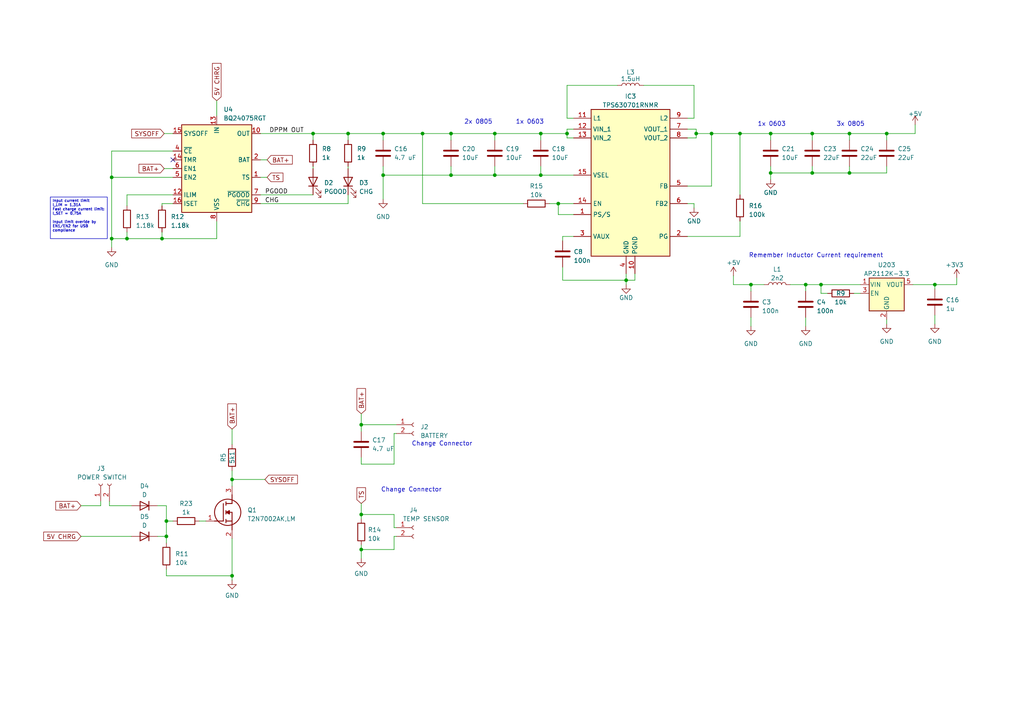
<source format=kicad_sch>
(kicad_sch (version 20230121) (generator eeschema)
  (paper "A4")
  (title_block (title "Module battery/bluetooth") (rev "1.0") (company "FG Labs"))
  (lib_symbols
    (symbol "Battery_Management:BQ24075RGT"
      (property "Reference" "U" (at -8.89 13.97 0))
      (property "Value" "BQ24075RGT" (at 16.51 13.97 0))
      (symbol "BQ24075RGT_0_1"
        (rectangle (start -10.16 12.7) (end 10.16 -12.7) (stroke (width 0.254)) (fill (type background)))
      )
      (symbol "BQ24075RGT_1_1"
        (pin passive line (at 12.7 -2.54 180) (length 2.54) (name "TS") (number "1"))
        (pin power_out line (at 12.7 10.16 180) (length 2.54) (name "OUT") (number "10"))
        (pin passive line (at 12.7 10.16 180) (length 2.54) hide (name "OUT") (number "11"))
        (pin passive line (at -12.7 -7.62 0) (length 2.54) (name "ILIM") (number "12"))
        (pin power_in line (at 0 15.24 270) (length 2.54) (name "IN") (number "13"))
        (pin input line (at -12.7 2.54 0) (length 2.54) (name "TMR") (number "14"))
        (pin input line (at -12.7 10.16 0) (length 2.54) (name "SYSOFF") (number "15"))
        (pin passive line (at -12.7 -10.16 0) (length 2.54) (name "ISET") (number "16"))
        (pin passive line (at 0 -15.24 90) (length 2.54) hide (name "VSS") (number "17"))
        (pin power_out line (at 12.7 2.54 180) (length 2.54) (name "BAT") (number "2"))
        (pin passive line (at 12.7 2.54 180) (length 2.54) hide (name "BAT") (number "3"))
        (pin input line (at -12.7 5.08 0) (length 2.54) (name "~{CE}") (number "4"))
        (pin input line (at -12.7 -2.54 0) (length 2.54) (name "EN2") (number "5"))
        (pin input line (at -12.7 0 0) (length 2.54) (name "EN1") (number "6"))
        (pin open_collector line (at 12.7 -7.62 180) (length 2.54) (name "~{PGOOD}") (number "7"))
        (pin power_in line (at 0 -15.24 90) (length 2.54) (name "VSS") (number "8"))
        (pin open_collector line (at 12.7 -10.16 180) (length 2.54) (name "~{CHG}") (number "9"))
      )
    )
    (symbol "Connector:Conn_01x02_Socket" (pin_names (offset 1.016) hide)
      (property "Reference" "J" (at 0 2.54 0))
      (property "Value" "Conn_01x02_Socket" (at 0 -5.08 0))
      (symbol "Conn_01x02_Socket_1_1"
        (arc (start 0 -2.032) (mid -0.5058 -2.54) (end 0 -3.048) (stroke (width 0.1524)))
        (polyline (pts (xy -1.27 -2.54) (xy -0.508 -2.54)) (stroke (width 0.1524)))
        (polyline (pts (xy -1.27 0) (xy -0.508 0)) (stroke (width 0.1524)))
        (arc (start 0 0.508) (mid -0.5058 0) (end 0 -0.508) (stroke (width 0.1524)))
        (pin passive line (at -5.08 0 0) (length 3.81) (name "Pin_1") (number "1"))
        (pin passive line (at -5.08 -2.54 0) (length 3.81) (name "Pin_2") (number "2"))
      )
    )
    (symbol "Device:C" (pin_numbers hide) (pin_names (offset 0.254))
      (property "Reference" "C" (at 0.635 2.54 0))
      (property "Value" "C" (at 0.635 -2.54 0))
      (symbol "C_0_1"
        (polyline (pts (xy -2.032 -0.762) (xy 2.032 -0.762)) (stroke (width 0.508)))
        (polyline (pts (xy -2.032 0.762) (xy 2.032 0.762)) (stroke (width 0.508)))
      )
      (symbol "C_1_1"
        (pin passive line (at 0 3.81 270) (length 2.794) (name "~") (number "1"))
        (pin passive line (at 0 -3.81 90) (length 2.794) (name "~") (number "2"))
      )
    )
    (symbol "Device:D" (pin_numbers hide) (pin_names (offset 1.016) hide)
      (property "Reference" "D" (at 0 2.54 0))
      (property "Value" "D" (at 0 -2.54 0))
      (symbol "D_0_1"
        (polyline (pts (xy -1.27 1.27) (xy -1.27 -1.27)) (stroke (width 0.254)))
        (polyline (pts (xy 1.27 0) (xy -1.27 0)))
        (polyline (pts (xy 1.27 1.27) (xy 1.27 -1.27) (xy -1.27 0) (xy 1.27 1.27)) (stroke (width 0.254)))
      )
      (symbol "D_1_1"
        (pin passive line (at -3.81 0 0) (length 2.54) (name "K") (number "1"))
        (pin passive line (at 3.81 0 180) (length 2.54) (name "A") (number "2"))
      )
    )
    (symbol "Device:L" (pin_numbers hide) (pin_names (offset 1.016) hide)
      (property "Reference" "L" (at -1.27 0 90))
      (property "Value" "L" (at 1.905 0 90))
      (symbol "L_0_1"
        (arc (start 0 -2.54) (mid 0.6323 -1.905) (end 0 -1.27))
        (arc (start 0 -1.27) (mid 0.6323 -0.635) (end 0 0))
        (arc (start 0 0) (mid 0.6323 0.635) (end 0 1.27))
        (arc (start 0 1.27) (mid 0.6323 1.905) (end 0 2.54))
      )
      (symbol "L_1_1"
        (pin passive line (at 0 3.81 270) (length 1.27) (name "1") (number "1"))
        (pin passive line (at 0 -3.81 90) (length 1.27) (name "2") (number "2"))
      )
    )
    (symbol "Device:LED" (pin_numbers hide) (pin_names (offset 1.016) hide)
      (property "Reference" "D" (at 0 2.54 0))
      (property "Value" "LED" (at 0 -2.54 0))
      (symbol "LED_0_1"
        (polyline (pts (xy -1.27 -1.27) (xy -1.27 1.27)) (stroke (width 0.254)))
        (polyline (pts (xy -1.27 0) (xy 1.27 0)))
        (polyline (pts (xy 1.27 -1.27) (xy 1.27 1.27) (xy -1.27 0) (xy 1.27 -1.27)) (stroke (width 0.254)))
        (polyline (pts (xy -3.048 -0.762) (xy -4.572 -2.286) (xy -3.81 -2.286) (xy -4.572 -2.286) (xy -4.572 -1.524)))
        (polyline (pts (xy -1.778 -0.762) (xy -3.302 -2.286) (xy -2.54 -2.286) (xy -3.302 -2.286) (xy -3.302 -1.524)))
      )
      (symbol "LED_1_1"
        (pin passive line (at -3.81 0 0) (length 2.54) (name "K") (number "1"))
        (pin passive line (at 3.81 0 180) (length 2.54) (name "A") (number "2"))
      )
    )
    (symbol "Device:R" (pin_numbers hide) (pin_names (offset 0))
      (property "Reference" "R" (at 2.032 0 90))
      (property "Value" "R" (at 0 0 90))
      (symbol "R_0_1"
        (rectangle (start -1.016 -2.54) (end 1.016 2.54) (stroke (width 0.254)))
      )
      (symbol "R_1_1"
        (pin passive line (at 0 3.81 270) (length 1.27) (name "~") (number "1"))
        (pin passive line (at 0 -3.81 90) (length 1.27) (name "~") (number "2"))
      )
    )
    (symbol "Regulator_Linear:AP2112K-3.3" (pin_names (offset 0.254))
      (property "Reference" "U" (at -5.08 5.715 0))
      (property "Value" "AP2112K-3.3" (at 0 5.715 0))
      (symbol "AP2112K-3.3_0_1"
        (rectangle (start -5.08 4.445) (end 5.08 -5.08) (stroke (width 0.254)) (fill (type background)))
      )
      (symbol "AP2112K-3.3_1_1"
        (pin power_in line (at -7.62 2.54 0) (length 2.54) (name "VIN") (number "1"))
        (pin power_in line (at 0 -7.62 90) (length 2.54) (name "GND") (number "2"))
        (pin input line (at -7.62 0 0) (length 2.54) (name "EN") (number "3"))
        (pin no_connect line (at 5.08 0 180) (length 2.54) hide (name "NC") (number "4"))
        (pin power_out line (at 7.62 2.54 180) (length 2.54) (name "VOUT") (number "5"))
      )
    )
    (symbol "SamacSys_Parts:T2N7002AK,LM" (pin_names hide)
      (property "Reference" "Q" (at 11.43 3.81 0))
      (property "Value" "T2N7002AK,LM" (at 11.43 1.27 0))
      (symbol "T2N7002AK,LM_1_1"
        (polyline (pts (xy 2.54 0) (xy 5.08 0)) (stroke (width 0.254)))
        (polyline (pts (xy 5.08 5.08) (xy 5.08 0)) (stroke (width 0.254)))
        (polyline (pts (xy 5.842 -0.508) (xy 5.842 0.508)) (stroke (width 0.254)))
        (polyline (pts (xy 5.842 0) (xy 7.62 0)) (stroke (width 0.254)))
        (polyline (pts (xy 5.842 2.032) (xy 5.842 3.048)) (stroke (width 0.254)))
        (polyline (pts (xy 5.842 5.588) (xy 5.842 4.572)) (stroke (width 0.254)))
        (polyline (pts (xy 7.62 2.54) (xy 5.842 2.54)) (stroke (width 0.254)))
        (polyline (pts (xy 7.62 2.54) (xy 7.62 -2.54)) (stroke (width 0.254)))
        (polyline (pts (xy 7.62 5.08) (xy 5.842 5.08)) (stroke (width 0.254)))
        (polyline (pts (xy 7.62 5.08) (xy 7.62 7.62)) (stroke (width 0.254)))
        (polyline (pts (xy 5.842 2.54) (xy 6.858 3.048) (xy 6.858 2.032) (xy 5.842 2.54)) (stroke (width 0.254)) (fill (type outline)))
        (circle (center 6.35 2.54) (radius 3.81) (stroke (width 0.254)))
        (pin passive line (at 0 0 0) (length 2.54) (name "G") (number "1"))
        (pin passive line (at 7.62 -5.08 90) (length 2.54) (name "S") (number "2"))
        (pin passive line (at 7.62 10.16 270) (length 2.54) (name "D") (number "3"))
      )
    )
    (symbol "SamacSys_Parts:TPS630701RNMR"
      (property "Reference" "IC" (at 15.24 6.35 0))
      (property "Value" "TPS630701RNMR" (at 8.255 4.445 0))
      (symbol "TPS630701RNMR_1_1"
        (rectangle (start 5.08 2.54) (end 27.94 -40.005) (stroke (width 0.254)) (fill (type background)))
        (pin passive line (at 0 -27.94 0) (length 5.08) (name "PS/S") (number "1"))
        (pin passive line (at 17.78 -45.085 90) (length 5.08) (name "PGND") (number "10"))
        (pin passive line (at 0 0 0) (length 5.08) (name "L1") (number "11"))
        (pin passive line (at 0 -3.175 0) (length 5.08) (name "VIN_1") (number "12"))
        (pin passive line (at 0 -5.715 0) (length 5.08) (name "VIN_2") (number "13"))
        (pin passive line (at 0 -24.765 0) (length 5.08) (name "EN") (number "14"))
        (pin passive line (at 0 -16.51 0) (length 5.08) (name "VSEL") (number "15"))
        (pin passive line (at 33.02 -34.29 180) (length 5.08) (name "PG") (number "2"))
        (pin passive line (at 0 -34.29 0) (length 5.08) (name "VAUX") (number "3"))
        (pin passive line (at 15.24 -45.085 90) (length 5.08) (name "GND") (number "4"))
        (pin passive line (at 33.02 -19.685 180) (length 5.08) (name "FB") (number "5"))
        (pin passive line (at 33.02 -24.765 180) (length 5.08) (name "FB2") (number "6"))
        (pin passive line (at 33.02 -3.175 180) (length 5.08) (name "VOUT_1") (number "7"))
        (pin passive line (at 33.02 -5.715 180) (length 5.08) (name "VOUT_2") (number "8"))
        (pin passive line (at 33.02 0 180) (length 5.08) (name "L2") (number "9"))
      )
    )
    (symbol "power:+3V3" (power) (pin_names (offset 0))
      (property "Value" "+3V3" (at 0 3.556 0))
      (symbol "+3V3_0_1"
        (polyline (pts (xy -0.762 1.27) (xy 0 2.54)))
        (polyline (pts (xy 0 0) (xy 0 2.54)))
        (polyline (pts (xy 0 2.54) (xy 0.762 1.27)))
      )
      (symbol "+3V3_1_1"
        (pin power_in line (at 0 0 90) (length 0) hide (name "+3V3") (number "1"))
      )
    )
    (symbol "power:+5V" (power) (pin_names (offset 0))
      (property "Value" "+5V" (at 0 3.556 0))
      (symbol "+5V_0_1"
        (polyline (pts (xy -0.762 1.27) (xy 0 2.54)))
        (polyline (pts (xy 0 0) (xy 0 2.54)))
        (polyline (pts (xy 0 2.54) (xy 0.762 1.27)))
      )
      (symbol "+5V_1_1"
        (pin power_in line (at 0 0 90) (length 0) hide (name "+5V") (number "1"))
      )
    )
    (symbol "power:GND" (power) (pin_names (offset 0))
      (property "Value" "GND" (at 0 -3.81 0))
      (symbol "GND_0_1"
        (polyline (pts (xy 0 0) (xy 0 -1.27) (xy 1.27 -1.27) (xy 0 -2.54) (xy -1.27 -1.27) (xy 0 -1.27)))
      )
      (symbol "GND_1_1"
        (pin power_in line (at 0 0 270) (length 0) hide (name "GND") (number "1"))
      )
    )
  )
  (junction (at 130.81 50.8))
  (junction (at 104.775 149.225))
  (junction (at 164.465 38.735))
  (junction (at 233.68 82.55))
  (junction (at 223.52 38.735))
  (junction (at 104.775 159.385))
  (junction (at 246.38 38.735))
  (junction (at 90.805 38.735))
  (junction (at 104.775 123.19))
  (junction (at 100.965 38.735))
  (junction (at 143.51 38.735))
  (junction (at 122.555 38.735))
  (junction (at 161.925 59.055))
  (junction (at 201.93 38.735))
  (junction (at 111.125 50.8))
  (junction (at 214.63 38.735))
  (junction (at 217.805 82.55))
  (junction (at 67.31 139.065))
  (junction (at 46.99 69.215))
  (junction (at 181.61 81.28))
  (junction (at 67.31 167.005))
  (junction (at 223.52 50.165))
  (junction (at 156.845 50.8))
  (junction (at 156.845 38.735))
  (junction (at 235.585 50.165))
  (junction (at 143.51 50.8))
  (junction (at 32.385 69.215))
  (junction (at 235.585 38.735))
  (junction (at 130.81 38.735))
  (junction (at 32.385 51.435))
  (junction (at 238.125 82.55))
  (junction (at 206.375 38.735))
  (junction (at 36.83 69.215))
  (junction (at 111.125 38.735))
  (junction (at 271.145 82.55))
  (junction (at 48.26 155.575))
  (junction (at 246.38 50.165))
  (junction (at 48.26 151.13))
  (junction (at 257.175 38.735))
  (no_connect (at 50.165 46.355))
  (wire (pts (xy 48.26 155.575) (xy 48.26 157.48)))
  (wire (pts (xy 90.805 48.26) (xy 90.805 48.895)))
  (wire (pts (xy 104.775 149.225) (xy 104.775 150.495)))
  (wire (pts (xy 46.99 69.215) (xy 62.865 69.215)))
  (wire (pts (xy 201.93 37.465) (xy 201.93 38.735)))
  (wire (pts (xy 199.39 53.975) (xy 206.375 53.975)))
  (wire (pts (xy 111.125 50.8) (xy 111.125 48.26)))
  (wire (pts (xy 31.75 145.415) (xy 31.75 146.685)))
  (wire (pts (xy 62.865 64.135) (xy 62.865 69.215)))
  (wire (pts (xy 50.165 56.515) (xy 36.83 56.515)))
  (wire (pts (xy 214.63 38.735) (xy 214.63 56.515)))
  (wire (pts (xy 114.3 155.575) (xy 114.935 155.575)))
  (wire (pts (xy 111.125 38.735) (xy 122.555 38.735)))
  (wire (pts (xy 265.43 36.195) (xy 265.43 38.735)))
  (wire (pts (xy 271.145 91.44) (xy 271.145 93.98)))
  (wire (pts (xy 143.51 38.735) (xy 156.845 38.735)))
  (wire (pts (xy 161.925 59.055) (xy 166.37 59.055)))
  (wire (pts (xy 206.375 53.975) (xy 206.375 38.735)))
  (wire (pts (xy 277.495 80.645) (xy 277.495 82.55)))
  (wire (pts (xy 201.295 34.29) (xy 199.39 34.29)))
  (wire (pts (xy 48.26 146.685) (xy 45.72 146.685)))
  (wire (pts (xy 114.3 125.73) (xy 114.3 134.62)))
  (wire (pts (xy 181.61 79.375) (xy 181.61 81.28)))
  (wire (pts (xy 114.3 134.62) (xy 104.775 134.62)))
  (wire (pts (xy 235.585 40.64) (xy 235.585 38.735)))
  (wire (pts (xy 164.465 38.735) (xy 164.465 37.465)))
  (wire (pts (xy 114.3 125.73) (xy 114.935 125.73)))
  (wire (pts (xy 62.865 29.21) (xy 62.865 33.655)))
  (wire (pts (xy 130.81 40.64) (xy 130.81 38.735)))
  (wire (pts (xy 164.465 38.735) (xy 164.465 40.005)))
  (wire (pts (xy 221.615 82.55) (xy 217.805 82.55)))
  (wire (pts (xy 223.52 50.165) (xy 223.52 52.07)))
  (wire (pts (xy 32.385 69.215) (xy 32.385 71.755)))
  (wire (pts (xy 159.385 59.055) (xy 161.925 59.055)))
  (wire (pts (xy 257.175 38.735) (xy 246.38 38.735)))
  (wire (pts (xy 257.175 48.26) (xy 257.175 50.165)))
  (wire (pts (xy 130.81 50.8) (xy 143.51 50.8)))
  (wire (pts (xy 156.845 40.64) (xy 156.845 38.735)))
  (wire (pts (xy 29.21 146.685) (xy 29.21 145.415)))
  (wire (pts (xy 130.81 38.735) (xy 143.51 38.735)))
  (wire (pts (xy 212.725 80.01) (xy 212.725 82.55)))
  (wire (pts (xy 104.775 159.385) (xy 104.775 158.115)))
  (wire (pts (xy 143.51 50.8) (xy 156.845 50.8)))
  (wire (pts (xy 23.495 146.685) (xy 29.21 146.685)))
  (wire (pts (xy 50.165 51.435) (xy 32.385 51.435)))
  (wire (pts (xy 111.125 38.735) (xy 100.965 38.735)))
  (wire (pts (xy 199.39 40.005) (xy 201.93 40.005)))
  (wire (pts (xy 36.83 67.31) (xy 36.83 69.215)))
  (wire (pts (xy 48.26 165.1) (xy 48.26 167.005)))
  (wire (pts (xy 240.03 85.09) (xy 238.125 85.09)))
  (wire (pts (xy 114.3 149.225) (xy 104.775 149.225)))
  (wire (pts (xy 246.38 50.165) (xy 235.585 50.165)))
  (wire (pts (xy 164.465 34.29) (xy 164.465 24.765)))
  (wire (pts (xy 217.805 92.075) (xy 217.805 94.615)))
  (wire (pts (xy 163.195 81.28) (xy 181.61 81.28)))
  (wire (pts (xy 111.125 50.8) (xy 130.81 50.8)))
  (wire (pts (xy 257.175 92.71) (xy 257.175 93.98)))
  (wire (pts (xy 114.3 153.035) (xy 114.935 153.035)))
  (wire (pts (xy 75.565 59.055) (xy 100.965 59.055)))
  (wire (pts (xy 31.75 146.685) (xy 38.1 146.685)))
  (wire (pts (xy 238.125 85.09) (xy 238.125 82.55)))
  (wire (pts (xy 50.165 43.815) (xy 32.385 43.815)))
  (wire (pts (xy 48.26 151.13) (xy 50.165 151.13)))
  (wire (pts (xy 233.68 92.075) (xy 233.68 94.615)))
  (wire (pts (xy 156.845 38.735) (xy 164.465 38.735)))
  (wire (pts (xy 104.775 125.095) (xy 104.775 123.19)))
  (wire (pts (xy 223.52 38.735) (xy 223.52 40.64)))
  (wire (pts (xy 164.465 40.005) (xy 166.37 40.005)))
  (wire (pts (xy 90.805 38.735) (xy 90.805 40.64)))
  (wire (pts (xy 235.585 50.165) (xy 223.52 50.165)))
  (wire (pts (xy 77.47 51.435) (xy 75.565 51.435)))
  (wire (pts (xy 201.295 59.055) (xy 201.295 60.325)))
  (wire (pts (xy 235.585 48.26) (xy 235.585 50.165)))
  (wire (pts (xy 67.31 167.005) (xy 67.31 168.275)))
  (wire (pts (xy 201.295 24.765) (xy 201.295 34.29)))
  (wire (pts (xy 247.65 85.09) (xy 249.555 85.09)))
  (wire (pts (xy 48.26 146.685) (xy 48.26 151.13)))
  (wire (pts (xy 111.125 40.64) (xy 111.125 38.735)))
  (wire (pts (xy 271.145 82.55) (xy 271.145 83.82)))
  (wire (pts (xy 48.26 167.005) (xy 67.31 167.005)))
  (wire (pts (xy 23.495 155.575) (xy 38.1 155.575)))
  (wire (pts (xy 257.175 40.64) (xy 257.175 38.735)))
  (wire (pts (xy 238.125 82.55) (xy 249.555 82.55)))
  (wire (pts (xy 201.93 38.735) (xy 201.93 40.005)))
  (wire (pts (xy 161.925 62.23) (xy 161.925 59.055)))
  (wire (pts (xy 277.495 82.55) (xy 271.145 82.55)))
  (wire (pts (xy 111.125 57.785) (xy 111.125 50.8)))
  (wire (pts (xy 100.965 59.055) (xy 100.965 56.515)))
  (wire (pts (xy 199.39 68.58) (xy 214.63 68.58)))
  (wire (pts (xy 32.385 51.435) (xy 32.385 69.215)))
  (wire (pts (xy 114.3 159.385) (xy 104.775 159.385)))
  (wire (pts (xy 166.37 68.58) (xy 163.195 68.58)))
  (wire (pts (xy 246.38 40.64) (xy 246.38 38.735)))
  (wire (pts (xy 67.31 139.065) (xy 76.835 139.065)))
  (wire (pts (xy 100.965 40.64) (xy 100.965 38.735)))
  (wire (pts (xy 181.61 81.28) (xy 181.61 82.55)))
  (wire (pts (xy 246.38 38.735) (xy 235.585 38.735)))
  (wire (pts (xy 166.37 34.29) (xy 164.465 34.29)))
  (wire (pts (xy 217.805 82.55) (xy 217.805 84.455)))
  (wire (pts (xy 143.51 40.64) (xy 143.51 38.735)))
  (wire (pts (xy 164.465 24.765) (xy 179.07 24.765)))
  (wire (pts (xy 122.555 38.735) (xy 130.81 38.735)))
  (wire (pts (xy 104.775 134.62) (xy 104.775 132.715)))
  (wire (pts (xy 214.63 68.58) (xy 214.63 64.135)))
  (wire (pts (xy 229.235 82.55) (xy 233.68 82.55)))
  (wire (pts (xy 47.625 48.895) (xy 50.165 48.895)))
  (wire (pts (xy 48.26 151.13) (xy 48.26 155.575)))
  (wire (pts (xy 201.93 38.735) (xy 206.375 38.735)))
  (wire (pts (xy 184.15 81.28) (xy 181.61 81.28)))
  (wire (pts (xy 67.31 139.065) (xy 67.31 140.97)))
  (wire (pts (xy 36.83 56.515) (xy 36.83 59.69)))
  (wire (pts (xy 67.31 156.21) (xy 67.31 167.005)))
  (wire (pts (xy 47.625 38.735) (xy 50.165 38.735)))
  (wire (pts (xy 163.195 68.58) (xy 163.195 69.85)))
  (wire (pts (xy 233.68 82.55) (xy 238.125 82.55)))
  (wire (pts (xy 46.99 67.31) (xy 46.99 69.215)))
  (wire (pts (xy 212.725 82.55) (xy 217.805 82.55)))
  (wire (pts (xy 265.43 38.735) (xy 257.175 38.735)))
  (wire (pts (xy 67.31 136.525) (xy 67.31 139.065)))
  (wire (pts (xy 90.805 38.735) (xy 100.965 38.735)))
  (wire (pts (xy 75.565 46.355) (xy 77.47 46.355)))
  (wire (pts (xy 46.99 59.055) (xy 46.99 59.69)))
  (wire (pts (xy 104.775 159.385) (xy 104.775 161.925)))
  (wire (pts (xy 166.37 62.23) (xy 161.925 62.23)))
  (wire (pts (xy 114.3 153.035) (xy 114.3 149.225)))
  (wire (pts (xy 163.195 77.47) (xy 163.195 81.28)))
  (wire (pts (xy 184.15 79.375) (xy 184.15 81.28)))
  (wire (pts (xy 151.765 59.055) (xy 122.555 59.055)))
  (wire (pts (xy 223.52 48.26) (xy 223.52 50.165)))
  (wire (pts (xy 199.39 37.465) (xy 201.93 37.465)))
  (wire (pts (xy 186.69 24.765) (xy 201.295 24.765)))
  (wire (pts (xy 114.3 155.575) (xy 114.3 159.385)))
  (wire (pts (xy 214.63 38.735) (xy 223.52 38.735)))
  (wire (pts (xy 206.375 38.735) (xy 214.63 38.735)))
  (wire (pts (xy 246.38 48.26) (xy 246.38 50.165)))
  (wire (pts (xy 57.785 151.13) (xy 59.69 151.13)))
  (wire (pts (xy 67.31 124.46) (xy 67.31 128.905)))
  (wire (pts (xy 156.845 50.8) (xy 166.37 50.8)))
  (wire (pts (xy 257.175 50.165) (xy 246.38 50.165)))
  (wire (pts (xy 104.775 120.015) (xy 104.775 123.19)))
  (wire (pts (xy 75.565 56.515) (xy 90.805 56.515)))
  (wire (pts (xy 164.465 37.465) (xy 166.37 37.465)))
  (wire (pts (xy 75.565 38.735) (xy 90.805 38.735)))
  (wire (pts (xy 32.385 69.215) (xy 36.83 69.215)))
  (wire (pts (xy 130.81 48.26) (xy 130.81 50.8)))
  (wire (pts (xy 100.965 48.26) (xy 100.965 48.895)))
  (wire (pts (xy 233.68 82.55) (xy 233.68 84.455)))
  (wire (pts (xy 50.165 59.055) (xy 46.99 59.055)))
  (wire (pts (xy 143.51 48.26) (xy 143.51 50.8)))
  (wire (pts (xy 104.775 123.19) (xy 114.935 123.19)))
  (wire (pts (xy 32.385 43.815) (xy 32.385 51.435)))
  (wire (pts (xy 235.585 38.735) (xy 223.52 38.735)))
  (wire (pts (xy 264.795 82.55) (xy 271.145 82.55)))
  (wire (pts (xy 104.775 146.05) (xy 104.775 149.225)))
  (wire (pts (xy 48.26 155.575) (xy 45.72 155.575)))
  (wire (pts (xy 36.83 69.215) (xy 46.99 69.215)))
  (wire (pts (xy 199.39 59.055) (xy 201.295 59.055)))
  (wire (pts (xy 122.555 38.735) (xy 122.555 59.055)))
  (wire (pts (xy 156.845 48.26) (xy 156.845 50.8)))
  (text_box "Input current limit\nI_LIM = 1,31A\nFast charge current limit:\nI_SET = 0,75A\n\nInput limit overide by EN1/EN2 for USB compliance" (at 14.605 57.15 0) (size 16.51 12.065) (effects (font (size 0.762 0.762)) (justify left top)))
  (text "3x 0805" (at 242.57 36.83 0) (effects (font (size 1.27 1.27)) (justify left bottom)))
  (text "Change Connector" (at 119.38 129.54 0) (effects (font (size 1.27 1.27)) (justify left bottom)))
  (text "Remember Inductor Current requirement" (at 217.17 74.93 0) (effects (font (size 1.27 1.27)) (justify left bottom)))
  (text "1x 0603" (at 219.71 36.83 0) (effects (font (size 1.27 1.27)) (justify left bottom)))
  (text "Change Connector" (at 110.49 142.875 0) (effects (font (size 1.27 1.27)) (justify left bottom)))
  (text "2x 0805		1x 0603" (at 134.62 36.195 0) (effects (font (size 1.27 1.27)) (justify left bottom)))
  (label "DPPM OUT" (at 78.105 38.735 0))
  (label "CHG" (at 76.835 59.055 0))
  (label "PGOOD" (at 76.835 56.515 0))
  (global_label "5V CHRG" (shape input) (at 23.495 155.575 180) (property "Intersheetrefs" "${INTERSHEET_REFS}" (effects hide)))
  (global_label "BAT+" (shape input) (at 47.625 48.895 180) (property "Intersheetrefs" "${INTERSHEET_REFS}" (effects hide)))
  (global_label "BAT+" (shape input) (at 23.495 146.685 180) (property "Intersheetrefs" "${INTERSHEET_REFS}" (effects hide)))
  (global_label "BAT+" (shape input) (at 67.31 124.46 90) (property "Intersheetrefs" "${INTERSHEET_REFS}" (effects hide)))
  (global_label "SYSOFF" (shape input) (at 76.835 139.065 0) (property "Intersheetrefs" "${INTERSHEET_REFS}" (effects hide)))
  (global_label "TS" (shape input) (at 77.47 51.435 0) (property "Intersheetrefs" "${INTERSHEET_REFS}" (effects hide)))
  (global_label "5V CHRG" (shape input) (at 62.865 29.21 90) (property "Intersheetrefs" "${INTERSHEET_REFS}" (effects hide)))
  (global_label "TS" (shape input) (at 104.775 146.05 90) (property "Intersheetrefs" "${INTERSHEET_REFS}" (effects hide)))
  (global_label "BAT+" (shape input) (at 77.47 46.355 0) (property "Intersheetrefs" "${INTERSHEET_REFS}" (effects hide)))
  (global_label "BAT+" (shape input) (at 104.775 120.015 90) (property "Intersheetrefs" "${INTERSHEET_REFS}" (effects hide)))
  (global_label "SYSOFF" (shape input) (at 47.625 38.735 180) (property "Intersheetrefs" "${INTERSHEET_REFS}" (effects hide)))
  (symbol (lib_id "power:GND") (at 217.805 94.615 0) (unit 1)
    (property "Reference" "#PWR08" (effects hide))
    (property "Value" "GND" (at 217.805 99.695 0))
    (instances (project "Battery" (path "" (reference "#PWR08") (unit 1)) (path "" (reference "#PWR034") (unit 1))))
  )
  (symbol (lib_id "Device:C") (at 257.175 44.45 0) (unit 1)
    (property "Reference" "C25" (at 260.35 43.1799 0) (effects (justify left)))
    (property "Value" "22uF" (at 260.35 45.7199 0) (effects (justify left)))
    (property "Footprint" "Capacitor_SMD:C_0805_2012Metric" (effects hide))
    (instances (project "Battery" (path "" (reference "C25") (unit 1))) (project "Main RIOT PCB" (path "" (reference "C2") (unit 1))))
  )
  (symbol (lib_id "power:GND") (at 233.68 94.615 0) (unit 1)
    (property "Reference" "#PWR08" (effects hide))
    (property "Value" "GND" (at 233.68 99.695 0))
    (instances (project "Battery" (path "" (reference "#PWR08") (unit 1)) (path "" (reference "#PWR035") (unit 1))))
  )
  (symbol (lib_id "Device:R") (at 100.965 44.45 0) (unit 1)
    (property "Reference" "R9" (at 103.505 43.1799 0) (effects (justify left)))
    (property "Value" "1k" (at 103.505 45.7199 0) (effects (justify left)))
    (property "Footprint" "Resistor_SMD:R_0603_1608Metric_Pad0.98x0.95mm_HandSolder" (effects hide))
    (instances (project "Battery" (path "" (reference "R9") (unit 1))) (project "Main RIOT PCB" (path "" (reference "R4") (unit 1))))
  )
  (symbol (lib_id "power:GND") (at 223.52 52.07 0) (unit 1)
    (property "Reference" "#PWR025" (effects hide))
    (property "Value" "GND" (at 223.52 55.88 0))
  )
  (symbol (lib_id "Device:C") (at 271.145 87.63 0) (unit 1)
    (property "Reference" "C16" (at 274.32 86.995 0) (effects (justify left)))
    (property "Value" "1u" (at 274.32 89.535 0) (effects (justify left)))
    (property "Footprint" "Capacitor_SMD:C_0603_1608Metric" (effects hide))
    (instances (project "The Typeuwu" (path "" (reference "C16") (unit 1))) (project "Battery" (path "" (reference "C26") (unit 1))))
  )
  (symbol (lib_id "Device:R") (at 214.63 60.325 0) (unit 1)
    (property "Reference" "R16" (at 217.17 59.69 0) (effects (justify left)))
    (property "Value" "100k" (at 217.17 62.23 0) (effects (justify left)))
  )
  (symbol (lib_id "Connector:Conn_01x02_Socket") (at 29.21 140.335 90) (unit 1)
    (property "Reference" "J3" (at 30.48 135.89 90) (effects (justify left)))
    (property "Value" "POWER SWITCH" (at 36.83 138.43 90) (effects (justify left)))
    (property "Footprint" "Connector_custom:PinHeader_1x02_P2.54mm_Horizontal_SMD" (effects hide))
  )
  (symbol (lib_id "power:+5V") (at 265.43 36.195 0) (unit 1)
    (property "Reference" "#PWR026" (effects hide))
    (property "Value" "+5V" (at 265.43 33.02 0))
  )
  (symbol (lib_id "Device:C") (at 217.805 88.265 0) (unit 1)
    (property "Reference" "C3" (at 220.98 87.63 0) (effects (justify left)))
    (property "Value" "100n" (at 220.98 90.17 0) (effects (justify left)))
    (instances (project "Battery" (path "" (reference "C3") (unit 1)) (path "" (reference "C27") (unit 1))))
  )
  (symbol (lib_id "power:GND") (at 257.175 93.98 0) (unit 1)
    (property "Reference" "#PWR016" (effects hide))
    (property "Value" "GND" (at 257.175 99.06 0))
    (instances (project "The Typeuwu" (path "" (reference "#PWR016") (unit 1))) (project "Battery" (path "" (reference "#PWR029") (unit 1))))
  )
  (symbol (lib_id "Device:R") (at 46.99 63.5 0) (unit 1)
    (property "Reference" "R12" (at 49.53 62.865 0) (effects (justify left)))
    (property "Value" "1.18k" (at 49.53 65.405 0) (effects (justify left)))
  )
  (symbol (lib_id "SamacSys_Parts:TPS630701RNMR") (at 166.37 34.29 0) (unit 1)
    (property "Reference" "IC3" (at 182.88 27.94 0))
    (property "Value" "TPS630701RNMR" (at 182.88 30.48 0))
    (property "Footprint" "TPS630701RNMR" (effects hide))
    (property "Datasheet" "http://www.ti.com/lit/gpn/tps63070" (effects hide))
    (property "Mouser Part Number" "595-TPS630701RNMR" (effects hide))
    (property "Mouser Price/Stock" "https://www.mouser.co.uk/ProductDetail/Texas-Instruments/TPS630701RNMR?qs=LuYMPh7GGMTyE4ON9PhzXw%3D%3D" (effects hide))
    (property "Manufacturer_Name" "Texas Instruments" (effects hide))
    (property "Manufacturer_Part_Number" "TPS630701RNMR" (effects hide))
  )
  (symbol (lib_id "power:GND") (at 271.145 93.98 0) (unit 1)
    (property "Reference" "#PWR017" (effects hide))
    (property "Value" "GND" (at 271.145 99.06 0))
    (instances (project "The Typeuwu" (path "" (reference "#PWR017") (unit 1))) (project "Battery" (path "" (reference "#PWR030") (unit 1))))
  )
  (symbol (lib_id "power:GND") (at 111.125 57.785 0) (unit 1)
    (property "Reference" "#PWR019" (effects hide))
    (property "Value" "GND" (at 111.125 62.865 0))
    (instances (project "Battery" (path "" (reference "#PWR019") (unit 1))) (project "Main RIOT PCB" (path "" (reference "#PWR0104") (unit 1))))
  )
  (symbol (lib_id "Device:C") (at 111.125 44.45 0) (unit 1)
    (property "Reference" "C16" (at 114.3 43.1799 0) (effects (justify left)))
    (property "Value" "4.7 uF" (at 114.3 45.7199 0) (effects (justify left)))
    (property "Footprint" "Capacitor_SMD:C_0603_1608Metric" (effects hide))
    (instances (project "Battery" (path "" (reference "C16") (unit 1))) (project "Main RIOT PCB" (path "" (reference "C2") (unit 1))))
  )
  (symbol (lib_id "Device:R") (at 53.975 151.13 90) (unit 1)
    (property "Reference" "R23" (at 53.975 146.05 90))
    (property "Value" "1k" (at 53.975 148.59 90))
  )
  (symbol (lib_id "Device:LED") (at 100.965 52.705 90) (unit 1)
    (property "Reference" "D3" (at 104.14 53.0224 90) (effects (justify right)))
    (property "Value" "CHG" (at 104.14 55.5624 90) (effects (justify right)))
    (property "Footprint" "LED_SMD:LED_0603_1608Metric_Pad1.05x0.95mm_HandSolder" (effects hide))
    (instances (project "Battery" (path "" (reference "D3") (unit 1))) (project "Main RIOT PCB" (path "" (reference "D4") (unit 1))))
  )
  (symbol (lib_id "Device:C") (at 156.845 44.45 0) (unit 1)
    (property "Reference" "C18" (at 160.02 43.1799 0) (effects (justify left)))
    (property "Value" "10uF" (at 160.02 45.7199 0) (effects (justify left)))
    (property "Footprint" "Capacitor_SMD:C_0603_1608Metric" (effects hide))
    (instances (project "Battery" (path "" (reference "C18") (unit 1))) (project "Main RIOT PCB" (path "" (reference "C2") (unit 1))))
  )
  (symbol (lib_id "Device:C") (at 233.68 88.265 0) (unit 1)
    (property "Reference" "C4" (at 236.855 87.63 0) (effects (justify left)))
    (property "Value" "100n" (at 236.855 90.17 0) (effects (justify left)))
    (instances (project "Battery" (path "" (reference "C4") (unit 1)) (path "" (reference "C28") (unit 1))))
  )
  (symbol (lib_id "Device:L") (at 182.88 24.765 90) (unit 1)
    (property "Reference" "L3" (at 182.88 20.955 90))
    (property "Value" "1.5uH" (at 182.88 22.86 90))
  )
  (symbol (lib_id "power:+3V3") (at 277.495 80.645 0) (unit 1)
    (property "Reference" "#PWR050" (effects hide))
    (property "Value" "+3V3" (at 276.86 76.835 0))
    (instances (project "The Typeuwu" (path "" (reference "#PWR050") (unit 1))) (project "Battery" (path "" (reference "#PWR028") (unit 1))))
  )
  (symbol (lib_id "Device:R") (at 67.31 132.715 180) (unit 1)
    (property "Reference" "R5" (at 64.77 132.715 90))
    (property "Value" "5k1" (at 67.31 132.715 90))
    (instances (project "Battery" (path "" (reference "R5") (unit 1)) (path "" (reference "R10") (unit 1))))
  )
  (symbol (lib_id "Device:R") (at 48.26 161.29 0) (unit 1)
    (property "Reference" "R11" (at 50.8 160.655 0) (effects (justify left)))
    (property "Value" "10k" (at 50.8 163.195 0) (effects (justify left)))
  )
  (symbol (lib_id "SamacSys_Parts:T2N7002AK,LM") (at 59.69 151.13 0) (unit 1)
    (property "Reference" "Q1" (at 71.755 147.955 0) (effects (justify left)))
    (property "Value" "T2N7002AK,LM" (at 71.755 150.495 0) (effects (justify left)))
    (property "Footprint" "TBAT54CLM" (effects hide))
    (property "Datasheet" "http://toshiba.semicon-storage.com/info/docget.jsp?did=29712&prodName=T2N7002AK" (effects hide))
    (property "Height" "1.1" (effects hide))
    (property "Mouser Part Number" "757-T2N7002AKLM" (effects hide))
    (property "Mouser Price/Stock" "https://www.mouser.co.uk/ProductDetail/Toshiba/T2N7002AKLM?qs=pzVvXTvk9PzfX4hYglwZ9Q%3D%3D" (effects hide))
    (property "Manufacturer_Name" "Toshiba" (effects hide))
    (property "Manufacturer_Part_Number" "T2N7002AK,LM" (effects hide))
  )
  (symbol (lib_id "Connector:Conn_01x02_Socket") (at 120.015 153.035 0) (unit 1)
    (property "Reference" "J4" (at 118.745 147.955 0) (effects (justify left)))
    (property "Value" "TEMP SENSOR" (at 116.84 150.495 0) (effects (justify left)))
  )
  (symbol (lib_id "Device:R") (at 155.575 59.055 90) (unit 1)
    (property "Reference" "R15" (at 155.575 53.975 90))
    (property "Value" "10k" (at 155.575 56.515 90))
  )
  (symbol (lib_id "Device:R") (at 243.84 85.09 90) (unit 1)
    (property "Reference" "R9" (at 243.84 85.09 90))
    (property "Value" "10k" (at 243.84 87.63 90))
    (property "Footprint" "Resistor_SMD:R_0603_1608Metric" (effects hide))
    (instances (project "The Typeuwu" (path "" (reference "R9") (unit 1))) (project "Battery" (path "" (reference "R17") (unit 1))))
  )
  (symbol (lib_id "power:GND") (at 32.385 71.755 0) (unit 1)
    (property "Reference" "#PWR020" (effects hide))
    (property "Value" "GND" (at 32.385 76.835 0))
    (instances (project "Battery" (path "" (reference "#PWR020") (unit 1))) (project "Main RIOT PCB" (path "" (reference "#PWR0106") (unit 1))))
  )
  (symbol (lib_id "Device:C") (at 235.585 44.45 0) (unit 1)
    (property "Reference" "C23" (at 238.76 43.1799 0) (effects (justify left)))
    (property "Value" "22uF" (at 238.76 45.7199 0) (effects (justify left)))
    (property "Footprint" "Capacitor_SMD:C_0805_2012Metric" (effects hide))
    (instances (project "Battery" (path "" (reference "C23") (unit 1))) (project "Main RIOT PCB" (path "" (reference "C2") (unit 1))))
  )
  (symbol (lib_id "Device:LED") (at 90.805 52.705 90) (unit 1)
    (property "Reference" "D2" (at 93.98 53.0224 90) (effects (justify right)))
    (property "Value" "PGOOD" (at 93.98 55.5624 90) (effects (justify right)))
    (property "Footprint" "LED_SMD:LED_0603_1608Metric_Pad1.05x0.95mm_HandSolder" (effects hide))
    (instances (project "Battery" (path "" (reference "D2") (unit 1))) (project "Main RIOT PCB" (path "" (reference "D3") (unit 1))))
  )
  (symbol (lib_id "Device:R") (at 104.775 154.305 0) (unit 1)
    (property "Reference" "R14" (at 106.68 153.67 0) (effects (justify left)))
    (property "Value" "10k" (at 106.68 156.21 0) (effects (justify left)))
  )
  (symbol (lib_id "Device:C") (at 223.52 44.45 0) (unit 1)
    (property "Reference" "C21" (at 226.695 43.1799 0) (effects (justify left)))
    (property "Value" "10uF" (at 226.695 45.7199 0) (effects (justify left)))
    (property "Footprint" "Capacitor_SMD:C_0603_1608Metric" (effects hide))
    (instances (project "Battery" (path "" (reference "C21") (unit 1))) (project "Main RIOT PCB" (path "" (reference "C2") (unit 1))))
  )
  (symbol (lib_id "Device:C") (at 163.195 73.66 0) (unit 1)
    (property "Reference" "C8" (at 166.37 73.025 0) (effects (justify left)))
    (property "Value" "100n" (at 166.37 75.565 0) (effects (justify left)))
    (instances (project "Battery" (path "" (reference "C8") (unit 1)) (path "" (reference "C22") (unit 1))))
  )
  (symbol (lib_id "Device:L") (at 225.425 82.55 90) (unit 1)
    (property "Reference" "L1" (at 225.425 78.105 90))
    (property "Value" "2n2" (at 225.425 80.645 90))
    (instances (project "Battery" (path "" (reference "L1") (unit 1)) (path "" (reference "L4") (unit 1))))
  )
  (symbol (lib_id "Device:C") (at 246.38 44.45 0) (unit 1)
    (property "Reference" "C24" (at 249.555 43.1799 0) (effects (justify left)))
    (property "Value" "22uF" (at 249.555 45.7199 0) (effects (justify left)))
    (property "Footprint" "Capacitor_SMD:C_0805_2012Metric" (effects hide))
    (instances (project "Battery" (path "" (reference "C24") (unit 1))) (project "Main RIOT PCB" (path "" (reference "C2") (unit 1))))
  )
  (symbol (lib_id "Device:C") (at 130.81 44.45 0) (unit 1)
    (property "Reference" "C20" (at 133.985 43.1799 0) (effects (justify left)))
    (property "Value" "10uF" (at 133.985 45.7199 0) (effects (justify left)))
    (property "Footprint" "Capacitor_SMD:C_0805_2012Metric" (effects hide))
    (instances (project "Battery" (path "" (reference "C20") (unit 1))) (project "Main RIOT PCB" (path "" (reference "C2") (unit 1))))
  )
  (symbol (lib_id "Device:R") (at 36.83 63.5 0) (unit 1)
    (property "Reference" "R13" (at 39.37 62.865 0) (effects (justify left)))
    (property "Value" "1.18k" (at 39.37 65.405 0) (effects (justify left)))
  )
  (symbol (lib_id "Device:C") (at 104.775 128.905 0) (unit 1)
    (property "Reference" "C17" (at 107.95 127.6349 0) (effects (justify left)))
    (property "Value" "4.7 uF" (at 107.95 130.1749 0) (effects (justify left)))
    (property "Footprint" "Capacitor_SMD:C_0603_1608Metric_Pad1.08x0.95mm_HandSolder" (effects hide))
    (instances (project "Battery" (path "" (reference "C17") (unit 1))) (project "Main RIOT PCB" (path "" (reference "C3") (unit 1))))
  )
  (symbol (lib_id "power:GND") (at 201.295 60.325 0) (unit 1)
    (property "Reference" "#PWR023" (effects hide))
    (property "Value" "GND" (at 201.295 64.135 0))
  )
  (symbol (lib_id "Device:C") (at 143.51 44.45 0) (unit 1)
    (property "Reference" "C19" (at 146.685 43.1799 0) (effects (justify left)))
    (property "Value" "10uF" (at 146.685 45.7199 0) (effects (justify left)))
    (property "Footprint" "Capacitor_SMD:C_0805_2012Metric" (effects hide))
    (instances (project "Battery" (path "" (reference "C19") (unit 1))) (project "Main RIOT PCB" (path "" (reference "C2") (unit 1))))
  )
  (symbol (lib_id "Device:D") (at 41.91 155.575 180) (unit 1)
    (property "Reference" "D5" (at 41.91 149.86 0))
    (property "Value" "D" (at 41.91 152.4 0))
    (property "Footprint" "Diode_SMD:D_0603_1608Metric" (effects hide))
    (property "Sim.Device" "D" (effects hide))
    (property "Sim.Pins" "1=K 2=A" (effects hide))
  )
  (symbol (lib_id "Connector:Conn_01x02_Socket") (at 120.015 123.19 0) (unit 1)
    (property "Reference" "J2" (at 121.92 123.825 0) (effects (justify left)))
    (property "Value" "BATTERY" (at 121.92 126.365 0) (effects (justify left)))
    (property "Footprint" "Connector_JST:JST_PH_S2B-PH-SM4-TB_1x02-1MP_P2.00mm_Horizontal" (effects hide))
  )
  (symbol (lib_id "power:GND") (at 181.61 82.55 0) (unit 1)
    (property "Reference" "#PWR024" (effects hide))
    (property "Value" "GND" (at 181.61 86.36 0))
  )
  (symbol (lib_id "power:+5V") (at 212.725 80.01 0) (unit 1)
    (property "Reference" "#PWR024" (effects hide))
    (property "Value" "+5V" (at 212.725 76.2 0))
    (instances (project "The Typeuwu" (path "" (reference "#PWR024") (unit 1))) (project "Battery" (path "" (reference "#PWR027") (unit 1))))
  )
  (symbol (lib_id "Battery_Management:BQ24075RGT") (at 62.865 48.895 0) (unit 1)
    (property "Reference" "U4" (at 64.8209 31.75 0) (effects (justify left)))
    (property "Value" "BQ24075RGT" (at 64.8209 34.29 0) (effects (justify left)))
    (property "Footprint" "Package_DFN_QFN:VQFN-16-1EP_3x3mm_P0.5mm_EP1.6x1.6mm" (effects hide))
    (property "Datasheet" "http://www.ti.com/lit/ds/symlink/bq24075.pdf" (effects hide))
  )
  (symbol (lib_id "Regulator_Linear:AP2112K-3.3") (at 257.175 85.09 0) (unit 1)
    (property "Reference" "U203" (at 257.175 76.835 0))
    (property "Value" "AP2112K-3.3" (at 257.175 79.375 0))
    (property "Footprint" "Package_TO_SOT_SMD:SOT-23-5" (effects hide))
    (property "Datasheet" "https://www.diodes.com/assets/Datasheets/AP2112.pdf" (effects hide))
    (instances (project "The Typeuwu" (path "" (reference "U203") (unit 1))) (project "Battery" (path "" (reference "U5") (unit 1))))
  )
  (symbol (lib_id "Device:R") (at 90.805 44.45 0) (unit 1)
    (property "Reference" "R8" (at 93.345 43.1799 0) (effects (justify left)))
    (property "Value" "1k" (at 93.345 45.7199 0) (effects (justify left)))
    (property "Footprint" "Resistor_SMD:R_0603_1608Metric_Pad0.98x0.95mm_HandSolder" (effects hide))
    (instances (project "Battery" (path "" (reference "R8") (unit 1))) (project "Main RIOT PCB" (path "" (reference "R3") (unit 1))))
  )
  (symbol (lib_id "power:GND") (at 104.775 161.925 0) (unit 1)
    (property "Reference" "#PWR022" (effects hide))
    (property "Value" "GND" (at 104.775 166.37 0))
  )
  (symbol (lib_id "Device:D") (at 41.91 146.685 180) (unit 1)
    (property "Reference" "D4" (at 41.91 140.97 0))
    (property "Value" "D" (at 41.91 143.51 0))
    (property "Footprint" "Diode_SMD:D_0603_1608Metric" (effects hide))
    (property "Sim.Device" "D" (effects hide))
    (property "Sim.Pins" "1=K 2=A" (effects hide))
  )
  (symbol (lib_id "power:GND") (at 67.31 168.275 0) (unit 1)
    (property "Reference" "#PWR021" (effects hide))
    (property "Value" "GND" (at 67.31 172.72 0))
  )
)
</source>
